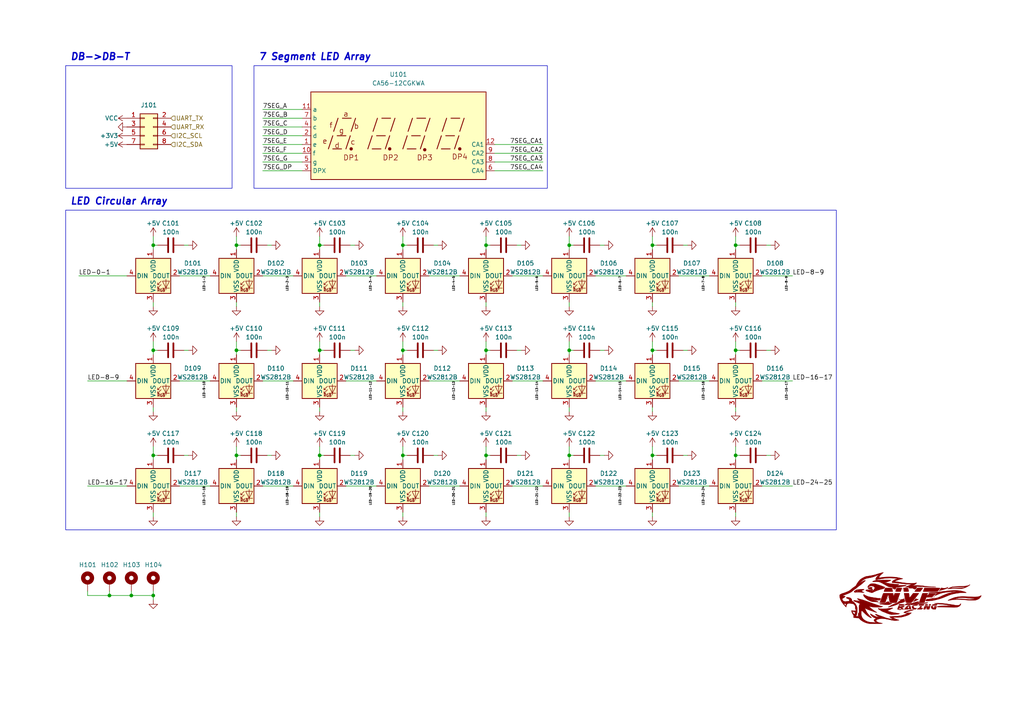
<source format=kicad_sch>
(kicad_sch (version 20230121) (generator eeschema)
  (paper "A4")
  (title_block (title "Tachy") (date "2024-01-25") (rev "1.1") (company "Scott CJX"))
  (junction (at 44.45 71.12))
  (junction (at 92.71 132.08))
  (junction (at 92.71 101.6))
  (junction (at 44.45 172.72))
  (junction (at 116.84 71.12))
  (junction (at -100.33 68.58))
  (junction (at 165.1 101.6))
  (junction (at 31.75 172.72))
  (junction (at 68.58 71.12))
  (junction (at 140.97 71.12))
  (junction (at 38.1 172.72))
  (junction (at 140.97 101.6))
  (junction (at 213.36 132.08))
  (junction (at 165.1 71.12))
  (junction (at 44.45 101.6))
  (junction (at 44.45 132.08))
  (junction (at 213.36 71.12))
  (junction (at 92.71 71.12))
  (junction (at -52.07 54.61))
  (junction (at 213.36 101.6))
  (junction (at 68.58 101.6))
  (junction (at 68.58 132.08))
  (junction (at 189.23 71.12))
  (junction (at 189.23 101.6))
  (junction (at 165.1 132.08))
  (junction (at 140.97 132.08))
  (junction (at 189.23 132.08))
  (junction (at -52.07 134.62))
  (junction (at 116.84 132.08))
  (junction (at 116.84 101.6))
  (no_connect (at -12.7 111.76))
  (no_connect (at -93.98 111.76))
  (wire (pts (xy 140.97 132.08) (xy 140.97 133.35)))
  (wire (pts (xy -39.37 111.76) (xy -12.7 111.76)))
  (wire (pts (xy -57.15 63.5) (xy -57.15 64.77)))
  (wire (pts (xy 173.99 71.12) (xy 175.26 71.12)))
  (wire (pts (xy 77.47 71.12) (xy 78.74 71.12)))
  (wire (pts (xy 52.07 110.49) (xy 60.96 110.49)))
  (wire (pts (xy -22.86 88.9) (xy -12.7 88.9)))
  (wire (pts (xy 189.23 71.12) (xy 190.5 71.12)))
  (wire (pts (xy 101.6 132.08) (xy 102.87 132.08)))
  (wire (pts (xy -22.86 83.82) (xy -12.7 83.82)))
  (wire (pts (xy 68.58 132.08) (xy 69.85 132.08)))
  (wire (pts (xy 44.45 71.12) (xy 44.45 72.39)))
  (wire (pts (xy 68.58 68.58) (xy 68.58 71.12)))
  (wire (pts (xy -21.59 157.48) (xy -39.37 157.48)))
  (wire (pts (xy 22.86 80.01) (xy 36.83 80.01)))
  (wire (pts (xy 198.12 71.12) (xy 199.39 71.12)))
  (wire (pts (xy 44.45 132.08) (xy 45.72 132.08)))
  (wire (pts (xy -100.33 68.58) (xy -100.33 69.85)))
  (wire (pts (xy 140.97 71.12) (xy 142.24 71.12)))
  (wire (pts (xy 68.58 148.59) (xy 68.58 149.86)))
  (wire (pts (xy 213.36 118.11) (xy 213.36 119.38)))
  (wire (pts (xy 68.58 71.12) (xy 69.85 71.12)))
  (wire (pts (xy 76.2 140.97) (xy 85.09 140.97)))
  (wire (pts (xy 116.84 118.11) (xy 116.84 119.38)))
  (wire (pts (xy 189.23 148.59) (xy 189.23 149.86)))
  (wire (pts (xy 165.1 101.6) (xy 165.1 102.87)))
  (wire (pts (xy 213.36 132.08) (xy 213.36 133.35)))
  (wire (pts (xy 92.71 148.59) (xy 92.71 149.86)))
  (wire (pts (xy -67.31 106.68) (xy -93.98 106.68)))
  (wire (pts (xy 87.63 39.37) (xy 76.2 39.37)))
  (wire (pts (xy 213.36 148.59) (xy 213.36 149.86)))
  (wire (pts (xy -30.48 96.52) (xy -39.37 96.52)))
  (wire (pts (xy 44.45 118.11) (xy 44.45 119.38)))
  (wire (pts (xy 87.63 46.99) (xy 76.2 46.99)))
  (wire (pts (xy 148.59 140.97) (xy 157.48 140.97)))
  (wire (pts (xy 189.23 99.06) (xy 189.23 101.6)))
  (wire (pts (xy 140.97 129.54) (xy 140.97 132.08)))
  (wire (pts (xy -67.31 104.14) (xy -93.98 104.14)))
  (wire (pts (xy 44.45 101.6) (xy 44.45 102.87)))
  (wire (pts (xy 76.2 80.01) (xy 85.09 80.01)))
  (wire (pts (xy 116.84 101.6) (xy 118.11 101.6)))
  (wire (pts (xy 68.58 101.6) (xy 68.58 102.87)))
  (wire (pts (xy -52.07 54.61) (xy -57.15 54.61)))
  (wire (pts (xy -30.48 88.9) (xy -39.37 88.9)))
  (wire (pts (xy 68.58 129.54) (xy 68.58 132.08)))
  (wire (pts (xy 87.63 31.75) (xy 76.2 31.75)))
  (wire (pts (xy 44.45 101.6) (xy 45.72 101.6)))
  (wire (pts (xy 220.98 110.49) (xy 229.87 110.49)))
  (wire (pts (xy 173.99 132.08) (xy 175.26 132.08)))
  (wire (pts (xy 189.23 132.08) (xy 190.5 132.08)))
  (wire (pts (xy -57.15 143.51) (xy -57.15 144.78)))
  (wire (pts (xy -76.2 91.44) (xy -67.31 91.44)))
  (wire (pts (xy 148.59 80.01) (xy 157.48 80.01)))
  (wire (pts (xy -22.86 86.36) (xy -12.7 86.36)))
  (wire (pts (xy 140.97 101.6) (xy 140.97 102.87)))
  (wire (pts (xy -83.82 73.66) (xy -67.31 73.66)))
  (wire (pts (xy 213.36 101.6) (xy 214.63 101.6)))
  (wire (pts (xy 44.45 68.58) (xy 44.45 71.12)))
  (wire (pts (xy 189.23 87.63) (xy 189.23 88.9)))
  (wire (pts (xy 68.58 87.63) (xy 68.58 88.9)))
  (wire (pts (xy -67.31 109.22) (xy -93.98 109.22)))
  (wire (pts (xy 143.51 46.99) (xy 157.48 46.99)))
  (wire (pts (xy 116.84 101.6) (xy 116.84 102.87)))
  (wire (pts (xy -39.37 76.2) (xy -12.7 76.2)))
  (wire (pts (xy 87.63 36.83) (xy 76.2 36.83)))
  (wire (pts (xy 125.73 71.12) (xy 127 71.12)))
  (wire (pts (xy 31.75 172.72) (xy 38.1 172.72)))
  (wire (pts (xy 124.46 80.01) (xy 133.35 80.01)))
  (wire (pts (xy 68.58 71.12) (xy 68.58 72.39)))
  (wire (pts (xy -78.74 34.29) (xy -77.47 34.29)))
  (wire (pts (xy 38.1 172.72) (xy 44.45 172.72)))
  (wire (pts (xy 68.58 132.08) (xy 68.58 133.35)))
  (wire (pts (xy 92.71 71.12) (xy 92.71 72.39)))
  (wire (pts (xy 143.51 41.91) (xy 157.48 41.91)))
  (wire (pts (xy 100.33 140.97) (xy 109.22 140.97)))
  (wire (pts (xy -30.48 83.82) (xy -39.37 83.82)))
  (wire (pts (xy 165.1 68.58) (xy 165.1 71.12)))
  (wire (pts (xy -52.07 134.62) (xy -52.07 147.32)))
  (wire (pts (xy 143.51 44.45) (xy 157.48 44.45)))
  (wire (pts (xy 68.58 101.6) (xy 69.85 101.6)))
  (wire (pts (xy -76.2 88.9) (xy -67.31 88.9)))
  (wire (pts (xy -39.37 81.28) (xy -12.7 81.28)))
  (wire (pts (xy -52.07 119.38) (xy -52.07 120.65)))
  (wire (pts (xy -83.82 91.44) (xy -93.98 91.44)))
  (wire (pts (xy -52.07 53.34) (xy -52.07 54.61)))
  (wire (pts (xy 140.97 132.08) (xy 142.24 132.08)))
  (wire (pts (xy -52.07 167.64) (xy -52.07 168.91)))
  (wire (pts (xy -52.07 133.35) (xy -52.07 134.62)))
  (wire (pts (xy 116.84 71.12) (xy 118.11 71.12)))
  (wire (pts (xy 140.97 148.59) (xy 140.97 149.86)))
  (wire (pts (xy 124.46 140.97) (xy 133.35 140.97)))
  (wire (pts (xy 222.25 71.12) (xy 223.52 71.12)))
  (wire (pts (xy 53.34 132.08) (xy 54.61 132.08)))
  (wire (pts (xy 92.71 68.58) (xy 92.71 71.12)))
  (wire (pts (xy 92.71 118.11) (xy 92.71 119.38)))
  (wire (pts (xy -100.33 58.42) (xy -100.33 57.15)))
  (wire (pts (xy 92.71 71.12) (xy 93.98 71.12)))
  (wire (pts (xy -76.2 93.98) (xy -67.31 93.98)))
  (wire (pts (xy -39.37 73.66) (xy -30.48 73.66)))
  (wire (pts (xy 25.4 140.97) (xy 36.83 140.97)))
  (wire (pts (xy 100.33 110.49) (xy 109.22 110.49)))
  (wire (pts (xy 53.34 71.12) (xy 54.61 71.12)))
  (wire (pts (xy 165.1 118.11) (xy 165.1 119.38)))
  (wire (pts (xy 140.97 99.06) (xy 140.97 101.6)))
  (wire (pts (xy -39.37 104.14) (xy -30.48 104.14)))
  (wire (pts (xy 140.97 71.12) (xy 140.97 72.39)))
  (wire (pts (xy 165.1 129.54) (xy 165.1 132.08)))
  (wire (pts (xy -106.68 68.58) (xy -100.33 68.58)))
  (wire (pts (xy 189.23 129.54) (xy 189.23 132.08)))
  (wire (pts (xy -22.86 91.44) (xy -12.7 91.44)))
  (wire (pts (xy 196.85 80.01) (xy 205.74 80.01)))
  (wire (pts (xy 92.71 87.63) (xy 92.71 88.9)))
  (wire (pts (xy 198.12 101.6) (xy 199.39 101.6)))
  (wire (pts (xy 44.45 129.54) (xy 44.45 132.08)))
  (wire (pts (xy -57.15 134.62) (xy -52.07 134.62)))
  (wire (pts (xy 92.71 132.08) (xy 92.71 133.35)))
  (wire (pts (xy 222.25 101.6) (xy 223.52 101.6)))
  (wire (pts (xy -30.48 99.06) (xy -39.37 99.06)))
  (wire (pts (xy 220.98 80.01) (xy 229.87 80.01)))
  (wire (pts (xy -22.86 73.66) (xy -12.7 73.66)))
  (wire (pts (xy 68.58 118.11) (xy 68.58 119.38)))
  (wire (pts (xy 116.84 148.59) (xy 116.84 149.86)))
  (wire (pts (xy -100.33 66.04) (xy -100.33 68.58)))
  (wire (pts (xy 92.71 101.6) (xy 92.71 102.87)))
  (wire (pts (xy 52.07 140.97) (xy 60.96 140.97)))
  (wire (pts (xy 165.1 132.08) (xy 165.1 133.35)))
  (wire (pts (xy 189.23 132.08) (xy 189.23 133.35)))
  (wire (pts (xy 125.73 101.6) (xy 127 101.6)))
  (wire (pts (xy 116.84 132.08) (xy 118.11 132.08)))
  (wire (pts (xy 196.85 140.97) (xy 205.74 140.97)))
  (wire (pts (xy 213.36 132.08) (xy 214.63 132.08)))
  (wire (pts (xy -40.64 34.29) (xy -26.67 34.29)))
  (wire (pts (xy 140.97 118.11) (xy 140.97 119.38)))
  (wire (pts (xy -67.31 111.76) (xy -93.98 111.76)))
  (wire (pts (xy 213.36 71.12) (xy 213.36 72.39)))
  (wire (pts (xy 44.45 87.63) (xy 44.45 88.9)))
  (wire (pts (xy 125.73 132.08) (xy 127 132.08)))
  (wire (pts (xy 116.84 132.08) (xy 116.84 133.35)))
  (wire (pts (xy 87.63 44.45) (xy 76.2 44.45)))
  (wire (pts (xy 165.1 101.6) (xy 166.37 101.6)))
  (wire (pts (xy 87.63 34.29) (xy 76.2 34.29)))
  (wire (pts (xy 38.1 172.72) (xy 38.1 171.45)))
  (wire (pts (xy 189.23 118.11) (xy 189.23 119.38)))
  (wire (pts (xy 44.45 132.08) (xy 44.45 133.35)))
  (wire (pts (xy -30.48 101.6) (xy -39.37 101.6)))
  (wire (pts (xy 44.45 172.72) (xy 44.45 173.99)))
  (wire (pts (xy 222.25 132.08) (xy 223.52 132.08)))
  (wire (pts (xy 220.98 140.97) (xy 229.87 140.97)))
  (wire (pts (xy 77.47 132.08) (xy 78.74 132.08)))
  (wire (pts (xy 189.23 71.12) (xy 189.23 72.39)))
  (wire (pts (xy 198.12 132.08) (xy 199.39 132.08)))
  (wire (pts (xy -12.7 93.98) (xy -39.37 93.98)))
  (wire (pts (xy 172.72 140.97) (xy 181.61 140.97)))
  (wire (pts (xy 165.1 71.12) (xy 165.1 72.39)))
  (wire (pts (xy 213.36 129.54) (xy 213.36 132.08)))
  (wire (pts (xy 213.36 87.63) (xy 213.36 88.9)))
  (wire (pts (xy 172.72 80.01) (xy 181.61 80.01)))
  (wire (pts (xy -40.64 36.83) (xy -26.67 36.83)))
  (wire (pts (xy 87.63 41.91) (xy 76.2 41.91)))
  (wire (pts (xy 173.99 101.6) (xy 175.26 101.6)))
  (wire (pts (xy 196.85 110.49) (xy 205.74 110.49)))
  (wire (pts (xy 100.33 80.01) (xy 109.22 80.01)))
  (wire (pts (xy 189.23 101.6) (xy 190.5 101.6)))
  (wire (pts (xy 165.1 148.59) (xy 165.1 149.86)))
  (wire (pts (xy 77.47 101.6) (xy 78.74 101.6)))
  (wire (pts (xy -100.33 77.47) (xy -100.33 78.74)))
  (wire (pts (xy 25.4 110.49) (xy 36.83 110.49)))
  (wire (pts (xy -69.85 31.75) (xy -69.85 33.02)))
  (wire (pts (xy 149.86 101.6) (xy 151.13 101.6)))
  (wire (pts (xy 116.84 129.54) (xy 116.84 132.08)))
  (wire (pts (xy 68.58 99.06) (xy 68.58 101.6)))
  (wire (pts (xy -77.47 34.29) (xy -77.47 31.75)))
  (wire (pts (xy 149.86 132.08) (xy 151.13 132.08)))
  (wire (pts (xy -52.07 54.61) (xy -52.07 68.58)))
  (wire (pts (xy 189.23 101.6) (xy 189.23 102.87)))
  (wire (pts (xy -74.93 154.94) (xy -67.31 154.94)))
  (wire (pts (xy 140.97 101.6) (xy 142.24 101.6)))
  (wire (pts (xy 213.36 68.58) (xy 213.36 71.12)))
  (wire (pts (xy -39.37 106.68) (xy -12.7 106.68)))
  (wire (pts (xy 165.1 87.63) (xy 165.1 88.9)))
  (wire (pts (xy 140.97 87.63) (xy 140.97 88.9)))
  (wire (pts (xy 124.46 110.49) (xy 133.35 110.49)))
  (wire (pts (xy 172.72 110.49) (xy 181.61 110.49)))
  (wire (pts (xy 116.84 87.63) (xy 116.84 88.9)))
  (wire (pts (xy 44.45 71.12) (xy 45.72 71.12)))
  (wire (pts (xy 143.51 49.53) (xy 157.48 49.53)))
  (wire (pts (xy 165.1 132.08) (xy 166.37 132.08)))
  (wire (pts (xy 149.86 71.12) (xy 151.13 71.12)))
  (wire (pts (xy 213.36 71.12) (xy 214.63 71.12)))
  (wire (pts (xy -30.48 86.36) (xy -39.37 86.36)))
  (wire (pts (xy 165.1 99.06) (xy 165.1 101.6)))
  (wire (pts (xy 31.75 172.72) (xy 31.75 171.45)))
  (wire (pts (xy 44.45 148.59) (xy 44.45 149.86)))
  (wire (pts (xy -83.82 88.9) (xy -93.98 88.9)))
  (wire (pts (xy 87.63 49.53) (xy 76.2 49.53)))
  (wire (pts (xy -83.82 93.98) (xy -93.98 93.98)))
  (wire (pts (xy 101.6 101.6) (xy 102.87 101.6)))
  (wire (pts (xy 44.45 172.72) (xy 44.45 171.45)))
  (wire (pts (xy -57.15 54.61) (xy -57.15 55.88)))
  (wire (pts (xy 53.34 101.6) (xy 54.61 101.6)))
  (wire (pts (xy -39.37 109.22) (xy -12.7 109.22)))
  (wire (pts (xy -57.15 134.62) (xy -57.15 135.89)))
  (wire (pts (xy 213.36 99.06) (xy 213.36 101.6)))
  (wire (pts (xy 92.71 99.06) (xy 92.71 101.6)))
  (wire (pts (xy 92.71 132.08) (xy 93.98 132.08)))
  (wire (pts (xy 116.84 99.06) (xy 116.84 101.6)))
  (wire (pts (xy -30.48 91.44) (xy -39.37 91.44)))
  (wire (pts (xy 213.36 101.6) (xy 213.36 102.87)))
  (wire (pts (xy 116.84 68.58) (xy 116.84 71.12)))
  (wire (pts (xy 44.45 99.06) (xy 44.45 101.6)))
  (wire (pts (xy -68.58 160.02) (xy -67.31 160.02)))
  (wire (pts (xy 140.97 68.58) (xy 140.97 71.12)))
  (wire (pts (xy 25.4 172.72) (xy 31.75 172.72)))
  (wire (pts (xy 52.07 80.01) (xy 60.96 80.01)))
  (wire (pts (xy 92.71 129.54) (xy 92.71 132.08)))
  (wire (pts (xy 92.71 101.6) (xy 93.98 101.6)))
  (wire (pts (xy 116.84 71.12) (xy 116.84 72.39)))
  (wire (pts (xy 101.6 71.12) (xy 102.87 71.12)))
  (wire (pts (xy 165.1 71.12) (xy 166.37 71.12)))
  (wire (pts (xy 76.2 110.49) (xy 85.09 110.49)))
  (wire (pts (xy 148.59 110.49) (xy 157.48 110.49)))
  (wire (pts (xy -39.37 78.74) (xy -12.7 78.74)))
  (wire (pts (xy 25.4 172.72) (xy 25.4 171.45)))
  (wire (pts (xy 189.23 68.58) (xy 189.23 71.12)))
  (rectangle (start 73.66 19.05) (end 158.75 54.61))
  (rectangle (start 19.05 60.96) (end 242.57 153.67))
  (rectangle (start 19.05 19.05) (end 67.31 54.61))
  (text "LED Circular Array" (at 20.32 59.69 0) (effects (font (size 2 2) (thickness 0.4) bold italic) (justify left bottom)))
  (text "7 Segment LED Array" (at 74.93 17.78 0) (effects (font (size 2 2) (thickness 0.4) bold italic) (justify left bottom)))
  (text "DB->DB-T" (at 20.32 17.78 0) (effects (font (size 2 2) (thickness 0.4) bold italic) (justify left bottom)))
  (label "7SEG_E" (at 76.2 41.91 0))
  (label "LED-6-7" (at 180.34 80.01 270) (effects (font (size 0.6 0.6))))
  (label "7SEG_CA3" (at -12.7 78.74 180))
  (label "7SEG_C" (at 76.2 36.83 0))
  (label "7SEG_CA2" (at 157.48 44.45 180))
  (label "LED-13-14" (at 156.21 110.49 270) (effects (font (size 0.6 0.6))))
  (label "7SEG_CA1" (at -12.7 93.98 180))
  (label "LED-21-22" (at 156.21 140.97 270) (effects (font (size 0.6 0.6))))
  (label "7SEG_A" (at -93.98 91.44 0))
  (label "7SEG_D" (at -93.98 88.9 0))
  (label "7SEG_B" (at 76.2 34.29 0))
  (label "LED-14-15" (at 180.34 110.49 270) (effects (font (size 0.6 0.6))))
  (label "7SEG_G" (at 76.2 46.99 0))
  (label "LED-2-3" (at 83.82 80.01 270) (effects (font (size 0.6 0.6))))
  (label "7SEG_C" (at -12.7 86.36 180))
  (label "7SEG_E" (at -93.98 93.98 0))
  (label "7SEG_CA3" (at 157.48 46.99 180))
  (label "LED-12-13" (at 132.08 110.49 270) (effects (font (size 0.6 0.6))))
  (label "LED-23-24" (at 204.47 140.97 270) (effects (font (size 0.6 0.6))))
  (label "LED-8-9" (at 228.6 80.01 270) (effects (font (size 0.6 0.6))))
  (label "LED-10-11" (at 83.82 110.49 270) (effects (font (size 0.6 0.6))))
  (label "7SEG_F" (at -12.7 91.44 180))
  (label "LED-16-17" (at 229.87 110.49 0))
  (label "7SEG_DP" (at 76.2 49.53 0))
  (label "7SEG_D" (at 76.2 39.37 0))
  (label "SWCLK" (at -12.7 109.22 180))
  (label "LED-18-19" (at 83.82 140.97 270) (effects (font (size 0.6 0.6))))
  (label "LED-15-16" (at 204.47 110.49 270) (effects (font (size 0.6 0.6))))
  (label "NEOPIX" (at -93.98 109.22 0))
  (label "7SEG_B" (at -12.7 73.66 180))
  (label "I2C1_SDA" (at -93.98 106.68 0))
  (label "7SEG_A" (at 76.2 31.75 0))
  (label "7SEG_CA2" (at -12.7 81.28 180))
  (label "LED-22-23" (at 180.34 140.97 270) (effects (font (size 0.6 0.6))))
  (label "LED-8-9" (at 25.4 110.49 0))
  (label "LED-19-20" (at 107.95 140.97 270) (effects (font (size 0.6 0.6))))
  (label "7SEG_F" (at 76.2 44.45 0))
  (label "LED-8-9" (at 229.87 80.01 0))
  (label "LED-3-4" (at 107.95 80.01 270) (effects (font (size 0.6 0.6))))
  (label "LED-5-6" (at 156.21 80.01 270) (effects (font (size 0.6 0.6))))
  (label "I2C1_SCL" (at -93.98 104.14 0))
  (label "LED-1-2" (at 59.69 80.01 270) (effects (font (size 0.6 0.6))))
  (label "LED-17-18" (at 59.69 140.97 270) (effects (font (size 0.6 0.6))))
  (label "LED-4-5" (at 132.08 80.01 270) (effects (font (size 0.6 0.6))))
  (label "SWCLK" (at -40.64 36.83 0))
  (label "LED-24-25" (at 229.87 140.97 0))
  (label "LED-0-1" (at -21.59 157.48 180))
  (label "LED-0-1" (at 22.86 80.01 0))
  (label "LED-11-12" (at 107.95 110.49 270) (effects (font (size 0.6 0.6))))
  (label "7SEG_CA1" (at 157.48 41.91 180))
  (label "LED-9-10" (at 59.69 110.49 270) (effects (font (size 0.6 0.6))))
  (label "LED-20-21" (at 132.08 140.97 270) (effects (font (size 0.6 0.6))))
  (label "7SEG_CA4" (at 157.48 49.53 180))
  (label "SWDIO" (at -40.64 34.29 0))
  (label "NEOPIX" (at -74.93 154.94 0))
  (label "SWDIO" (at -12.7 106.68 180))
  (label "LED-16-17" (at 228.6 110.49 270) (effects (font (size 0.6 0.6))))
  (label "7SEG_G" (at -12.7 83.82 180))
  (label "7SEG_CA4" (at -12.7 76.2 180))
  (label "7SEG_DP" (at -12.7 88.9 180))
  (label "LED-16-17" (at 25.4 140.97 0))
  (label "LED-7-8" (at 204.47 80.01 270) (effects (font (size 0.6 0.6))))
  (hierarchical_label "NRST" (shape input) (at -83.82 73.66 180))
  (hierarchical_label "I2C_SDA" (shape input) (at 49.53 41.91 0))
  (hierarchical_label "NRST" (shape input) (at -78.74 34.29 180))
  (hierarchical_label "UART_RX" (shape input) (at 49.53 36.83 0))
  (hierarchical_label "UART_TX" (shape input) (at -30.48 96.52 0))
  (hierarchical_label "UART_TX" (shape input) (at 49.53 34.29 0))
  (hierarchical_label "NRST" (shape input) (at -106.68 68.58 180))
  (hierarchical_label "I2C_SCL" (shape input) (at -30.48 101.6 0))
  (hierarchical_label "UART_RX" (shape input) (at -30.48 99.06 0))
  (hierarchical_label "NRST" (shape input) (at -26.67 41.91 180))
  (hierarchical_label "I2C_SDA" (shape input) (at -30.48 104.14 0))
  (hierarchical_label "I2C_SCL" (shape input) (at 49.53 39.37 0))
  (symbol (lib_id "power:+5V") (at 189.23 99.06 0) (unit 1)
    (property "Reference" "#PWR0131" (effects hide))
    (property "Value" "+5V" (at 189.23 95.25 0))
  )
  (symbol (lib_id "power:GND") (at 102.87 101.6 90) (unit 1)
    (property "Reference" "#PWR0135" (effects hide))
    (property "Value" "GND" (effects hide))
  )
  (symbol (lib_id "power:GND") (at 102.87 132.08 90) (unit 1)
    (property "Reference" "#PWR0159" (effects hide))
    (property "Value" "GND" (effects hide))
  )
  (symbol (lib_id "power:+5V") (at 92.71 99.06 0) (unit 1)
    (property "Reference" "#PWR0127" (effects hide))
    (property "Value" "+5V" (at 92.71 95.25 0))
  )
  (symbol (lib_id "LED:WS2812B") (at 189.23 110.49 0) (unit 1)
    (property "Reference" "D115" (at 200.66 106.8421 0))
    (property "Value" "WS2812B" (at 200.66 109.3821 0))
    (property "Footprint" "LED_SMD:LED_WS2812B_PLCC4_5.0x5.0mm_P3.2mm" (effects hide))
    (property "Datasheet" "https://cdn-shop.adafruit.com/datasheets/WS2812B.pdf" (effects hide))
    (property "LCSC" "C2843785" (effects hide))
  )
  (symbol (lib_id "Device:R") (at -80.01 91.44 90) (unit 1)
    (property "Reference" "R101" (at -74.93 90.17 90))
    (property "Value" "220" (at -80.01 91.44 90))
    (property "Footprint" "Resistor_SMD:R_0603_1608Metric" (effects hide))
  )
  (symbol (lib_id "Mechanical:MountingHole_Pad") (at 25.4 168.91 0) (unit 1) (in_bom no)
    (property "Reference" "H101" (at 22.86 163.83 0) (effects (justify left)))
    (property "Value" "MountingHole_Pad" (effects hide))
    (property "Footprint" "MountingHole:MountingHole_4.3mm_M4_DIN965_Pad_TopBottom" (effects hide))
    (property "LCSC" "-" (effects hide))
  )
  (symbol (lib_id "Device:C") (at 146.05 71.12 90) (unit 1)
    (property "Reference" "C105" (at 148.59 64.77 90) (effects (justify left)))
    (property "Value" "100n" (at 148.59 67.31 90) (effects (justify left)))
    (property "Footprint" "Capacitor_SMD:C_0603_1608Metric" (effects hide))
    (property "LCSC" "C14663" (effects hide))
  )
  (symbol (lib_id "Display_Character:CA56-12CGKWA") (at 115.57 39.37 0) (unit 1)
    (property "Reference" "U101" (at 115.57 21.59 0))
    (property "Value" "CA56-12CGKWA" (at 115.57 24.13 0))
    (property "Footprint" "nvf:LDQ-M3604RI_LUM" (effects hide))
    (property "Datasheet" "http://www.kingbright.com/attachments/file/psearch/000/00/00/CA56-12CGKWA(Ver.9A).pdf" (effects hide))
    (property "LCSC" "-" (effects hide))
  )
  (symbol (lib_id "power:+5V") (at 116.84 68.58 0) (unit 1)
    (property "Reference" "#PWR0104" (effects hide))
    (property "Value" "+5V" (at 116.84 64.77 0))
  )
  (symbol (lib_id "power:GND") (at 213.36 88.9 0) (unit 1)
    (property "Reference" "#PWR0124" (effects hide))
    (property "Value" "GND" (effects hide))
  )
  (symbol (lib_id "Device:C") (at 194.31 132.08 90) (unit 1)
    (property "Reference" "C123" (at 196.85 125.73 90) (effects (justify left)))
    (property "Value" "100n" (at 196.85 128.27 90) (effects (justify left)))
    (property "Footprint" "Capacitor_SMD:C_0603_1608Metric" (effects hide))
    (property "LCSC" "C14663" (effects hide))
  )
  (symbol (lib_id "Mechanical:MountingHole_Pad") (at 44.45 168.91 0) (unit 1) (in_bom no)
    (property "Reference" "H104" (at 41.91 163.83 0) (effects (justify left)))
    (property "Value" "MountingHole_Pad" (effects hide))
    (property "Footprint" "MountingHole:MountingHole_4.3mm_M4_DIN965_Pad_TopBottom" (effects hide))
    (property "LCSC" "-" (effects hide))
  )
  (symbol (lib_id "power:GND") (at 213.36 119.38 0) (unit 1)
    (property "Reference" "#PWR0148" (effects hide))
    (property "Value" "GND" (effects hide))
  )
  (symbol (lib_id "Device:C") (at 121.92 132.08 90) (unit 1)
    (property "Reference" "C120" (at 124.46 125.73 90) (effects (justify left)))
    (property "Value" "100n" (at 124.46 128.27 90) (effects (justify left)))
    (property "Footprint" "Capacitor_SMD:C_0603_1608Metric" (effects hide))
    (property "LCSC" "C14663" (effects hide))
  )
  (symbol (lib_id "LED:WS2812B") (at 165.1 80.01 0) (unit 1)
    (property "Reference" "D106" (at 176.53 76.3621 0))
    (property "Value" "WS2812B" (at 176.53 78.9021 0))
    (property "Footprint" "LED_SMD:LED_WS2812B_PLCC4_5.0x5.0mm_P3.2mm" (effects hide))
    (property "Datasheet" "https://cdn-shop.adafruit.com/datasheets/WS2812B.pdf" (effects hide))
    (property "LCSC" "C2843785" (effects hide))
  )
  (symbol (lib_id "Device:C") (at 170.18 71.12 90) (unit 1)
    (property "Reference" "C106" (at 172.72 64.77 90) (effects (justify left)))
    (property "Value" "100n" (at 172.72 67.31 90) (effects (justify left)))
    (property "Footprint" "Capacitor_SMD:C_0603_1608Metric" (effects hide))
    (property "LCSC" "C14663" (effects hide))
  )
  (symbol (lib_id "LED:WS2812B") (at 116.84 110.49 0) (unit 1)
    (property "Reference" "D112" (at 128.27 106.8421 0))
    (property "Value" "WS2812B" (at 128.27 109.3821 0))
    (property "Footprint" "LED_SMD:LED_WS2812B_PLCC4_5.0x5.0mm_P3.2mm" (effects hide))
    (property "Datasheet" "https://cdn-shop.adafruit.com/datasheets/WS2812B.pdf" (effects hide))
    (property "LCSC" "C2843785" (effects hide))
  )
  (symbol (lib_id "LED:WS2812B") (at 44.45 110.49 0) (unit 1)
    (property "Reference" "D109" (at 55.88 106.8421 0))
    (property "Value" "WS2812B" (at 55.88 109.3821 0))
    (property "Footprint" "LED_SMD:LED_WS2812B_PLCC4_5.0x5.0mm_P3.2mm" (effects hide))
    (property "Datasheet" "https://cdn-shop.adafruit.com/datasheets/WS2812B.pdf" (effects hide))
    (property "LCSC" "C2843785" (effects hide))
  )
  (symbol (lib_id "Device:R") (at -80.01 93.98 90) (unit 1)
    (property "Reference" "R105" (at -74.93 92.71 90))
    (property "Value" "220" (at -80.01 93.98 90))
    (property "Footprint" "Resistor_SMD:R_0603_1608Metric" (effects hide))
  )
  (symbol (lib_id "NVF-Kicad:NVF-Logo") (at 264.16 177.8 0) (unit 1)
    (property "Reference" "#G101" (effects hide))
    (property "Value" "LOGO" (effects hide))
  )
  (symbol (lib_id "MCU_ST_STM32G0:STM32G030K6Tx") (at -54.61 93.98 0) (unit 1)
    (property "Reference" "U102" (at -49.8759 66.04 0) (effects (justify left)))
    (property "Value" "STM32G030K6Tx" (at -49.8759 68.58 0) (effects (justify left)))
    (property "Footprint" "Package_QFP:LQFP-32_7x7mm_P0.8mm" (effects hide))
    (property "Datasheet" "https://www.st.com/resource/en/datasheet/stm32g030k6.pdf" (effects hide))
  )
  (symbol (lib_id "power:GND") (at 68.58 119.38 0) (unit 1)
    (property "Reference" "#PWR0142" (effects hide))
    (property "Value" "GND" (effects hide))
  )
  (symbol (lib_id "power:GND") (at 127 132.08 90) (unit 1)
    (property "Reference" "#PWR0160" (effects hide))
    (property "Value" "GND" (effects hide))
  )
  (symbol (lib_id "LED:WS2812B") (at 44.45 140.97 0) (unit 1)
    (property "Reference" "D117" (at 55.88 137.3221 0))
    (property "Value" "WS2812B" (at 55.88 139.8621 0))
    (property "Footprint" "LED_SMD:LED_WS2812B_PLCC4_5.0x5.0mm_P3.2mm" (effects hide))
    (property "Datasheet" "https://cdn-shop.adafruit.com/datasheets/WS2812B.pdf" (effects hide))
    (property "LCSC" "C2843785" (effects hide))
  )
  (symbol (lib_id "power:+5V") (at 92.71 68.58 0) (unit 1)
    (property "Reference" "#PWR0103" (effects hide))
    (property "Value" "+5V" (at 92.71 64.77 0))
  )
  (symbol (lib_id "power:GND") (at 44.45 119.38 0) (unit 1)
    (property "Reference" "#PWR0141" (effects hide))
    (property "Value" "GND" (effects hide))
  )
  (symbol (lib_id "power:GND") (at 189.23 149.86 0) (unit 1)
    (property "Reference" "#PWR0171" (effects hide))
    (property "Value" "GND" (effects hide))
  )
  (symbol (lib_id "Device:C") (at 49.53 132.08 90) (unit 1)
    (property "Reference" "C117" (at 52.07 125.73 90) (effects (justify left)))
    (property "Value" "100n" (at 52.07 128.27 90) (effects (justify left)))
    (property "Footprint" "Capacitor_SMD:C_0603_1608Metric" (effects hide))
    (property "LCSC" "C14663" (effects hide))
  )
  (symbol (lib_id "LED:WS2812B") (at 189.23 140.97 0) (unit 1)
    (property "Reference" "D123" (at 200.66 137.3221 0))
    (property "Value" "WS2812B" (at 200.66 139.8621 0))
    (property "Footprint" "LED_SMD:LED_WS2812B_PLCC4_5.0x5.0mm_P3.2mm" (effects hide))
    (property "Datasheet" "https://cdn-shop.adafruit.com/datasheets/WS2812B.pdf" (effects hide))
    (property "LCSC" "C2843785" (effects hide))
  )
  (symbol (lib_id "Device:C") (at 194.31 71.12 90) (unit 1)
    (property "Reference" "C107" (at 196.85 64.77 90) (effects (justify left)))
    (property "Value" "100n" (at 196.85 67.31 90) (effects (justify left)))
    (property "Footprint" "Capacitor_SMD:C_0603_1608Metric" (effects hide))
    (property "LCSC" "C14663" (effects hide))
  )
  (symbol (lib_id "Device:C") (at -57.15 139.7 180) (unit 1)
    (property "Reference" "C126" (at -60.96 138.43 0) (effects (justify left)))
    (property "Value" "100n" (at -60.96 140.97 0) (effects (justify left)))
    (property "Footprint" "Capacitor_SMD:C_0603_1608Metric" (effects hide))
    (property "LCSC" "C14663" (effects hide))
  )
  (symbol (lib_id "power:GND") (at 223.52 101.6 90) (unit 1)
    (property "Reference" "#PWR0140" (effects hide))
    (property "Value" "GND" (effects hide))
  )
  (symbol (lib_id "power:+5V") (at 68.58 68.58 0) (unit 1)
    (property "Reference" "#PWR0102" (effects hide))
    (property "Value" "+5V" (at 68.58 64.77 0))
  )
  (symbol (lib_id "Device:C") (at 97.79 101.6 90) (unit 1)
    (property "Reference" "C111" (at 100.33 95.25 90) (effects (justify left)))
    (property "Value" "100n" (at 100.33 97.79 90) (effects (justify left)))
    (property "Footprint" "Capacitor_SMD:C_0603_1608Metric" (effects hide))
    (property "LCSC" "C14663" (effects hide))
  )
  (symbol (lib_id "LED:WS2812B") (at 116.84 80.01 0) (unit 1)
    (property "Reference" "D104" (at 128.27 76.3621 0))
    (property "Value" "WS2812B" (at 128.27 78.9021 0))
    (property "Footprint" "LED_SMD:LED_WS2812B_PLCC4_5.0x5.0mm_P3.2mm" (effects hide))
    (property "Datasheet" "https://cdn-shop.adafruit.com/datasheets/WS2812B.pdf" (effects hide))
    (property "LCSC" "C2843785" (effects hide))
  )
  (symbol (lib_id "power:GND") (at 223.52 71.12 90) (unit 1)
    (property "Reference" "#PWR0116" (effects hide))
    (property "Value" "GND" (effects hide))
  )
  (symbol (lib_id "power:+5V") (at 213.36 129.54 0) (unit 1)
    (property "Reference" "#PWR0156" (effects hide))
    (property "Value" "+5V" (at 213.36 125.73 0))
  )
  (symbol (lib_id "power:GND") (at 151.13 132.08 90) (unit 1)
    (property "Reference" "#PWR0161" (effects hide))
    (property "Value" "GND" (effects hide))
  )
  (symbol (lib_id "power:+3V3") (at -26.67 31.75 90) (unit 1)
    (property "Reference" "#PWR0181" (effects hide))
    (property "Value" "+3V3" (at -29.21 31.75 90) (effects (justify left)))
  )
  (symbol (lib_id "power:GND") (at 213.36 149.86 0) (unit 1)
    (property "Reference" "#PWR0172" (effects hide))
    (property "Value" "GND" (effects hide))
  )
  (symbol (lib_id "power:GND") (at 36.83 36.83 270) (unit 1)
    (property "Reference" "#PWR0174" (effects hide))
    (property "Value" "GND" (effects hide))
  )
  (symbol (lib_id "power:GND") (at 54.61 101.6 90) (unit 1)
    (property "Reference" "#PWR0133" (effects hide))
    (property "Value" "GND" (effects hide))
  )
  (symbol (lib_id "power:GND") (at 140.97 88.9 0) (unit 1)
    (property "Reference" "#PWR0121" (effects hide))
    (property "Value" "GND" (effects hide))
  )
  (symbol (lib_id "LED:WS2812B") (at 68.58 110.49 0) (unit 1)
    (property "Reference" "D110" (at 80.01 106.8421 0))
    (property "Value" "WS2812B" (at 80.01 109.3821 0))
    (property "Footprint" "LED_SMD:LED_WS2812B_PLCC4_5.0x5.0mm_P3.2mm" (effects hide))
    (property "Datasheet" "https://cdn-shop.adafruit.com/datasheets/WS2812B.pdf" (effects hide))
    (property "LCSC" "C2843785" (effects hide))
  )
  (symbol (lib_id "Device:C") (at 49.53 101.6 90) (unit 1)
    (property "Reference" "C109" (at 52.07 95.25 90) (effects (justify left)))
    (property "Value" "100n" (at 52.07 97.79 90) (effects (justify left)))
    (property "Footprint" "Capacitor_SMD:C_0603_1608Metric" (effects hide))
    (property "LCSC" "C14663" (effects hide))
  )
  (symbol (lib_id "power:+5V") (at 44.45 99.06 0) (unit 1)
    (property "Reference" "#PWR0125" (effects hide))
    (property "Value" "+5V" (at 44.45 95.25 0))
  )
  (symbol (lib_id "Device:C") (at 97.79 132.08 90) (unit 1)
    (property "Reference" "C119" (at 100.33 125.73 90) (effects (justify left)))
    (property "Value" "100n" (at 100.33 128.27 90) (effects (justify left)))
    (property "Footprint" "Capacitor_SMD:C_0603_1608Metric" (effects hide))
    (property "LCSC" "C14663" (effects hide))
  )
  (symbol (lib_id "power:GND") (at 44.45 149.86 0) (unit 1)
    (property "Reference" "#PWR0165" (effects hide))
    (property "Value" "GND" (effects hide))
  )
  (symbol (lib_id "LED:WS2812B") (at 213.36 80.01 0) (unit 1)
    (property "Reference" "D108" (at 224.79 76.3621 0))
    (property "Value" "WS2812B" (at 224.79 78.9021 0))
    (property "Footprint" "LED_SMD:LED_WS2812B_PLCC4_5.0x5.0mm_P3.2mm" (effects hide))
    (property "Datasheet" "https://cdn-shop.adafruit.com/datasheets/WS2812B.pdf" (effects hide))
    (property "LCSC" "C2843785" (effects hide))
  )
  (symbol (lib_id "Device:C") (at 218.44 71.12 90) (unit 1)
    (property "Reference" "C108" (at 220.98 64.77 90) (effects (justify left)))
    (property "Value" "100n" (at 220.98 67.31 90) (effects (justify left)))
    (property "Footprint" "Capacitor_SMD:C_0603_1608Metric" (effects hide))
    (property "LCSC" "C14663" (effects hide))
  )
  (symbol (lib_id "Device:C") (at 146.05 101.6 90) (unit 1)
    (property "Reference" "C113" (at 148.59 95.25 90) (effects (justify left)))
    (property "Value" "100n" (at 148.59 97.79 90) (effects (justify left)))
    (property "Footprint" "Capacitor_SMD:C_0603_1608Metric" (effects hide))
    (property "LCSC" "C14663" (effects hide))
  )
  (symbol (lib_id "power:+5V") (at 116.84 129.54 0) (unit 1)
    (property "Reference" "#PWR0152" (effects hide))
    (property "Value" "+5V" (at 116.84 125.73 0))
  )
  (symbol (lib_id "Device:C") (at 218.44 101.6 90) (unit 1)
    (property "Reference" "C116" (at 220.98 95.25 90) (effects (justify left)))
    (property "Value" "100n" (at 220.98 97.79 90) (effects (justify left)))
    (property "Footprint" "Capacitor_SMD:C_0603_1608Metric" (effects hide))
    (property "LCSC" "C14663" (effects hide))
  )
  (symbol (lib_id "LED:WS2812B") (at 140.97 140.97 0) (unit 1)
    (property "Reference" "D121" (at 152.4 137.3221 0))
    (property "Value" "WS2812B" (at 152.4 139.8621 0))
    (property "Footprint" "LED_SMD:LED_WS2812B_PLCC4_5.0x5.0mm_P3.2mm" (effects hide))
    (property "Datasheet" "https://cdn-shop.adafruit.com/datasheets/WS2812B.pdf" (effects hide))
    (property "LCSC" "C2843785" (effects hide))
  )
  (symbol (lib_id "power:GND") (at 199.39 71.12 90) (unit 1)
    (property "Reference" "#PWR0115" (effects hide))
    (property "Value" "GND" (effects hide))
  )
  (symbol (lib_id "74xGxx:74LVC1G00") (at -52.07 157.48 0) (unit 1)
    (property "Reference" "U103" (at -39.37 153.5431 0))
    (property "Value" "74LVC1G00" (at -39.37 156.0831 0))
    (property "Footprint" "Package_TO_SOT_SMD:SOT-23-5" (effects hide))
    (property "Datasheet" "https://www.ti.com/lit/ds/symlink/sn74lvc1g00.pdf" (effects hide))
  )
  (symbol (lib_id "power:+3V3") (at -100.33 57.15 0) (unit 1)
    (property "Reference" "#PWR0189" (effects hide))
    (property "Value" "+3V3" (at -100.33 53.34 0))
  )
  (symbol (lib_id "power:GND") (at -26.67 39.37 270) (unit 1)
    (property "Reference" "#PWR0182" (effects hide))
    (property "Value" "GND" (effects hide))
  )
  (symbol (lib_id "Device:R") (at -100.33 62.23 180) (unit 1)
    (property "Reference" "R109" (at -101.6 63.5 0) (effects (justify left)))
    (property "Value" "10k" (at -101.6 60.96 0) (effects (justify left)))
    (property "Footprint" "Resistor_SMD:R_0603_1608Metric" (effects hide))
  )
  (symbol (lib_id "power:GND") (at 78.74 132.08 90) (unit 1)
    (property "Reference" "#PWR0158" (effects hide))
    (property "Value" "GND" (effects hide))
  )
  (symbol (lib_id "LED:WS2812B") (at 140.97 80.01 0) (unit 1)
    (property "Reference" "D105" (at 152.4 76.3621 0))
    (property "Value" "WS2812B" (at 152.4 78.9021 0))
    (property "Footprint" "LED_SMD:LED_WS2812B_PLCC4_5.0x5.0mm_P3.2mm" (effects hide))
    (property "Datasheet" "https://cdn-shop.adafruit.com/datasheets/WS2812B.pdf" (effects hide))
    (property "LCSC" "C2843785" (effects hide))
  )
  (symbol (lib_id "power:GND") (at 116.84 149.86 0) (unit 1)
    (property "Reference" "#PWR0168" (effects hide))
    (property "Value" "GND" (effects hide))
  )
  (symbol (lib_id "Device:C") (at -57.15 59.69 180) (unit 1)
    (property "Reference" "C125" (at -60.96 58.42 0) (effects (justify left)))
    (property "Value" "100n" (at -60.96 60.96 0) (effects (justify left)))
    (property "Footprint" "Capacitor_SMD:C_0603_1608Metric" (effects hide))
    (property "LCSC" "C14663" (effects hide))
  )
  (symbol (lib_id "power:GND") (at -52.07 168.91 0) (unit 1)
    (property "Reference" "#PWR0185" (effects hide))
    (property "Value" "GND" (effects hide))
  )
  (symbol (lib_id "Device:C") (at 73.66 71.12 90) (unit 1)
    (property "Reference" "C102" (at 76.2 64.77 90) (effects (justify left)))
    (property "Value" "100n" (at 76.2 67.31 90) (effects (justify left)))
    (property "Footprint" "Capacitor_SMD:C_0603_1608Metric" (effects hide))
    (property "LCSC" "C14663" (effects hide))
  )
  (symbol (lib_id "power:+5V") (at 140.97 68.58 0) (unit 1)
    (property "Reference" "#PWR0105" (effects hide))
    (property "Value" "+5V" (at 140.97 64.77 0))
  )
  (symbol (lib_id "Device:C") (at 170.18 132.08 90) (unit 1)
    (property "Reference" "C122" (at 172.72 125.73 90) (effects (justify left)))
    (property "Value" "100n" (at 172.72 128.27 90) (effects (justify left)))
    (property "Footprint" "Capacitor_SMD:C_0603_1608Metric" (effects hide))
    (property "LCSC" "C14663" (effects hide))
  )
  (symbol (lib_id "power:GND") (at 151.13 101.6 90) (unit 1)
    (property "Reference" "#PWR0137" (effects hide))
    (property "Value" "GND" (effects hide))
  )
  (symbol (lib_id "power:GND") (at -69.85 33.02 0) (mirror y) (unit 1)
    (property "Reference" "#PWR0187" (effects hide))
    (property "Value" "GND" (effects hide))
  )
  (symbol (lib_id "power:+5V") (at 68.58 99.06 0) (unit 1)
    (property "Reference" "#PWR0126" (effects hide))
    (property "Value" "+5V" (at 68.58 95.25 0))
  )
  (symbol (lib_id "power:GND") (at 44.45 173.99 0) (mirror y) (unit 1)
    (property "Reference" "#PWR0175" (effects hide))
    (property "Value" "GND" (effects hide))
  )
  (symbol (lib_id "Device:C") (at 218.44 132.08 90) (unit 1)
    (property "Reference" "C124" (at 220.98 125.73 90) (effects (justify left)))
    (property "Value" "100n" (at 220.98 128.27 90) (effects (justify left)))
    (property "Footprint" "Capacitor_SMD:C_0603_1608Metric" (effects hide))
    (property "LCSC" "C14663" (effects hide))
  )
  (symbol (lib_id "power:GND") (at 140.97 149.86 0) (unit 1)
    (property "Reference" "#PWR0169" (effects hide))
    (property "Value" "GND" (effects hide))
  )
  (symbol (lib_id "power:+5V") (at 68.58 129.54 0) (unit 1)
    (property "Reference" "#PWR0150" (effects hide))
    (property "Value" "+5V" (at 68.58 125.73 0))
  )
  (symbol (lib_id "power:GND") (at 165.1 149.86 0) (unit 1)
    (property "Reference" "#PWR0170" (effects hide))
    (property "Value" "GND" (effects hide))
  )
  (symbol (lib_id "power:GND") (at 102.87 71.12 90) (unit 1)
    (property "Reference" "#PWR0111" (effects hide))
    (property "Value" "GND" (effects hide))
  )
  (symbol (lib_id "power:GND") (at 78.74 71.12 90) (unit 1)
    (property "Reference" "#PWR0110" (effects hide))
    (property "Value" "GND" (effects hide))
  )
  (symbol (lib_id "LED:WS2812B") (at 116.84 140.97 0) (unit 1)
    (property "Reference" "D120" (at 128.27 137.3221 0))
    (property "Value" "WS2812B" (at 128.27 139.8621 0))
    (property "Footprint" "LED_SMD:LED_WS2812B_PLCC4_5.0x5.0mm_P3.2mm" (effects hide))
    (property "Datasheet" "https://cdn-shop.adafruit.com/datasheets/WS2812B.pdf" (effects hide))
    (property "LCSC" "C2843785" (effects hide))
  )
  (symbol (lib_id "power:GND") (at 175.26 101.6 90) (unit 1)
    (property "Reference" "#PWR0138" (effects hide))
    (property "Value" "GND" (effects hide))
  )
  (symbol (lib_id "power:GND") (at 140.97 119.38 0) (unit 1)
    (property "Reference" "#PWR0145" (effects hide))
    (property "Value" "GND" (effects hide))
  )
  (symbol (lib_id "power:+5V") (at 213.36 68.58 0) (unit 1)
    (property "Reference" "#PWR0108" (effects hide))
    (property "Value" "+5V" (at 213.36 64.77 0))
  )
  (symbol (lib_id "LED:WS2812B") (at 92.71 140.97 0) (unit 1)
    (property "Reference" "D119" (at 104.14 137.3221 0))
    (property "Value" "WS2812B" (at 104.14 139.8621 0))
    (property "Footprint" "LED_SMD:LED_WS2812B_PLCC4_5.0x5.0mm_P3.2mm" (effects hide))
    (property "Datasheet" "https://cdn-shop.adafruit.com/datasheets/WS2812B.pdf" (effects hide))
    (property "LCSC" "C2843785" (effects hide))
  )
  (symbol (lib_id "Mechanical:MountingHole_Pad") (at 38.1 168.91 0) (unit 1) (in_bom no)
    (property "Reference" "H103" (at 35.56 163.83 0) (effects (justify left)))
    (property "Value" "MountingHole_Pad" (effects hide))
    (property "Footprint" "MountingHole:MountingHole_4.3mm_M4_DIN965_Pad_TopBottom" (effects hide))
    (property "LCSC" "-" (effects hide))
  )
  (symbol (lib_id "power:+5V") (at 92.71 129.54 0) (unit 1)
    (property "Reference" "#PWR0151" (effects hide))
    (property "Value" "+5V" (at 92.71 125.73 0))
  )
  (symbol (lib_id "Device:C") (at 170.18 101.6 90) (unit 1)
    (property "Reference" "C114" (at 172.72 95.25 90) (effects (justify left)))
    (property "Value" "100n" (at 172.72 97.79 90) (effects (justify left)))
    (property "Footprint" "Capacitor_SMD:C_0603_1608Metric" (effects hide))
    (property "LCSC" "C14663" (effects hide))
  )
  (symbol (lib_id "LED:WS2812B") (at 68.58 140.97 0) (unit 1)
    (property "Reference" "D118" (at 80.01 137.3221 0))
    (property "Value" "WS2812B" (at 80.01 139.8621 0))
    (property "Footprint" "LED_SMD:LED_WS2812B_PLCC4_5.0x5.0mm_P3.2mm" (effects hide))
    (property "Datasheet" "https://cdn-shop.adafruit.com/datasheets/WS2812B.pdf" (effects hide))
    (property "LCSC" "C2843785" (effects hide))
  )
  (symbol (lib_id "power:+5V") (at 213.36 99.06 0) (unit 1)
    (property "Reference" "#PWR0132" (effects hide))
    (property "Value" "+5V" (at 213.36 95.25 0))
  )
  (symbol (lib_id "power:GND") (at -57.15 144.78 0) (unit 1)
    (property "Reference" "#PWR0184" (effects hide))
    (property "Value" "GND" (effects hide))
  )
  (symbol (lib_id "power:+5V") (at 36.83 41.91 90) (unit 1)
    (property "Reference" "#PWR0180" (effects hide))
    (property "Value" "+5V" (at 34.29 41.91 90) (effects (justify left)))
  )
  (symbol (lib_id "power:+5V") (at 189.23 129.54 0) (unit 1)
    (property "Reference" "#PWR0155" (effects hide))
    (property "Value" "+5V" (at 189.23 125.73 0))
  )
  (symbol (lib_id "Connector_Generic:Conn_02x04_Odd_Even") (at 41.91 36.83 0) (unit 1)
    (property "Reference" "J101" (at 43.18 30.48 0))
    (property "Value" "Conn_02x04_Odd_Even" (effects hide))
    (property "Footprint" "NVF-Kicad:PHD_02x04V-H" (effects hide))
  )
  (symbol (lib_id "power:+5V") (at 44.45 129.54 0) (unit 1)
    (property "Reference" "#PWR0149" (effects hide))
    (property "Value" "+5V" (at 44.45 125.73 0))
  )
  (symbol (lib_id "power:GND") (at 189.23 119.38 0) (unit 1)
    (property "Reference" "#PWR0147" (effects hide))
    (property "Value" "GND" (effects hide))
  )
  (symbol (lib_id "Connector:TestPoint") (at -69.85 31.75 0) (unit 1)
    (property "Reference" "TP102" (at -72.39 26.67 0) (effects (justify left)))
    (property "Value" "TestPoint" (effects hide))
    (property "Footprint" "TestPoint:TestPoint_Pad_2.0x2.0mm" (effects hide))
  )
  (symbol (lib_id "power:+5V") (at 140.97 99.06 0) (unit 1)
    (property "Reference" "#PWR0129" (effects hide))
    (property "Value" "+5V" (at 140.97 95.25 0))
  )
  (symbol (lib_id "power:GND") (at 199.39 132.08 90) (unit 1)
    (property "Reference" "#PWR0163" (effects hide))
    (property "Value" "GND" (effects hide))
  )
  (symbol (lib_id "power:GND") (at 165.1 119.38 0) (unit 1)
    (property "Reference" "#PWR0146" (effects hide))
    (property "Value" "GND" (effects hide))
  )
  (symbol (lib_id "NVF-Kicad:SWD_Breakout_Minimal") (at -19.05 36.83 0) (unit 1)
    (property "Reference" "SWD101" (at -22.86 27.94 0) (effects (justify left)))
    (property "Value" "SWD_Breakout_Minimal" (effects hide))
    (property "Footprint" "NVF-Kicad:PH_01x05V-H" (effects hide))
  )
  (symbol (lib_id "LED:WS2812B") (at 189.23 80.01 0) (unit 1)
    (property "Reference" "D107" (at 200.66 76.3621 0))
    (property "Value" "WS2812B" (at 200.66 78.9021 0))
    (property "Footprint" "LED_SMD:LED_WS2812B_PLCC4_5.0x5.0mm_P3.2mm" (effects hide))
    (property "Datasheet" "https://cdn-shop.adafruit.com/datasheets/WS2812B.pdf" (effects hide))
    (property "LCSC" "C2843785" (effects hide))
  )
  (symbol (lib_id "power:+5V") (at -52.07 133.35 0) (unit 1)
    (property "Reference" "#PWR0183" (effects hide))
    (property "Value" "+5V" (at -52.07 129.54 0))
  )
  (symbol (lib_id "power:GND") (at 189.23 88.9 0) (unit 1)
    (property "Reference" "#PWR0123" (effects hide))
    (property "Value" "GND" (effects hide))
  )
  (symbol (lib_id "power:GND") (at 92.71 88.9 0) (unit 1)
    (property "Reference" "#PWR0119" (effects hide))
    (property "Value" "GND" (effects hide))
  )
  (symbol (lib_id "LED:WS2812B") (at 165.1 140.97 0) (unit 1)
    (property "Reference" "D122" (at 176.53 137.3221 0))
    (property "Value" "WS2812B" (at 176.53 139.8621 0))
    (property "Footprint" "LED_SMD:LED_WS2812B_PLCC4_5.0x5.0mm_P3.2mm" (effects hide))
    (property "Datasheet" "https://cdn-shop.adafruit.com/datasheets/WS2812B.pdf" (effects hide))
    (property "LCSC" "C2843785" (effects hide))
  )
  (symbol (lib_id "Device:R") (at -26.67 73.66 270) (mirror x) (unit 1)
    (property "Reference" "R102" (at -31.75 72.39 90))
    (property "Value" "220" (at -26.67 73.66 90))
    (property "Footprint" "Resistor_SMD:R_0603_1608Metric" (effects hide))
  )
  (symbol (lib_id "power:+5V") (at -68.58 160.02 90) (unit 1)
    (property "Reference" "#PWR0186" (effects hide))
    (property "Value" "+5V" (at -71.12 160.02 90) (effects (justify left)))
  )
  (symbol (lib_id "LED:WS2812B") (at 68.58 80.01 0) (unit 1)
    (property "Reference" "D102" (at 80.01 76.3621 0))
    (property "Value" "WS2812B" (at 80.01 78.9021 0))
    (property "Footprint" "LED_SMD:LED_WS2812B_PLCC4_5.0x5.0mm_P3.2mm" (effects hide))
    (property "Datasheet" "https://cdn-shop.adafruit.com/datasheets/WS2812B.pdf" (effects hide))
    (property "LCSC" "C2843785" (effects hide))
  )
  (symbol (lib_id "power:GND") (at 127 101.6 90) (unit 1)
    (property "Reference" "#PWR0136" (effects hide))
    (property "Value" "GND" (effects hide))
  )
  (symbol (lib_id "power:GND") (at 175.26 132.08 90) (unit 1)
    (property "Reference" "#PWR0162" (effects hide))
    (property "Value" "GND" (effects hide))
  )
  (symbol (lib_id "power:+5V") (at 189.23 68.58 0) (unit 1)
    (property "Reference" "#PWR0107" (effects hide))
    (property "Value" "+5V" (at 189.23 64.77 0))
  )
  (symbol (lib_id "LED:WS2812B") (at 213.36 140.97 0) (unit 1)
    (property "Reference" "D124" (at 224.79 137.3221 0))
    (property "Value" "WS2812B" (at 224.79 139.8621 0))
    (property "Footprint" "LED_SMD:LED_WS2812B_PLCC4_5.0x5.0mm_P3.2mm" (effects hide))
    (property "Datasheet" "https://cdn-shop.adafruit.com/datasheets/WS2812B.pdf" (effects hide))
    (property "LCSC" "C2843785" (effects hide))
  )
  (symbol (lib_id "Connector:TestPoint") (at -77.47 31.75 0) (unit 1)
    (property "Reference" "TP101" (at -80.01 26.67 0) (effects (justify left)))
    (property "Value" "TestPoint" (effects hide))
    (property "Footprint" "TestPoint:TestPoint_Pad_2.0x2.0mm" (effects hide))
  )
  (symbol (lib_id "power:GND") (at 116.84 119.38 0) (unit 1)
    (property "Reference" "#PWR0144" (effects hide))
    (property "Value" "GND" (effects hide))
  )
  (symbol (lib_id "Device:C") (at 146.05 132.08 90) (unit 1)
    (property "Reference" "C121" (at 148.59 125.73 90) (effects (justify left)))
    (property "Value" "100n" (at 148.59 128.27 90) (effects (justify left)))
    (property "Footprint" "Capacitor_SMD:C_0603_1608Metric" (effects hide))
    (property "LCSC" "C14663" (effects hide))
  )
  (symbol (lib_id "power:+5V") (at 44.45 68.58 0) (unit 1)
    (property "Reference" "#PWR0101" (effects hide))
    (property "Value" "+5V" (at 44.45 64.77 0))
  )
  (symbol (lib_id "Device:R") (at -26.67 91.44 270) (mirror x) (unit 1)
    (property "Reference" "R106" (at -31.75 90.17 90))
    (property "Value" "220" (at -26.67 91.44 90))
    (property "Footprint" "Resistor_SMD:R_0603_1608Metric" (effects hide))
  )
  (symbol (lib_id "Device:R") (at -80.01 88.9 90) (unit 1)
    (property "Reference" "R104" (at -74.93 87.63 90))
    (property "Value" "220" (at -80.01 88.9 90))
    (property "Footprint" "Resistor_SMD:R_0603_1608Metric" (effects hide))
  )
  (symbol (lib_id "power:+5V") (at 165.1 99.06 0) (unit 1)
    (property "Reference" "#PWR0130" (effects hide))
    (property "Value" "+5V" (at 165.1 95.25 0))
  )
  (symbol (lib_id "power:+3V3") (at -52.07 53.34 0) (unit 1)
    (property "Reference" "#PWR0177" (effects hide))
    (property "Value" "+3V3" (at -52.07 49.53 0))
  )
  (symbol (lib_id "power:GND") (at 92.71 149.86 0) (unit 1)
    (property "Reference" "#PWR0167" (effects hide))
    (property "Value" "GND" (effects hide))
  )
  (symbol (lib_id "Device:C") (at 49.53 71.12 90) (unit 1)
    (property "Reference" "C101" (at 52.07 64.77 90) (effects (justify left)))
    (property "Value" "100n" (at 52.07 67.31 90) (effects (justify left)))
    (property "Footprint" "Capacitor_SMD:C_0603_1608Metric" (effects hide))
    (property "LCSC" "C14663" (effects hide))
  )
  (symbol (lib_id "LED:WS2812B") (at 44.45 80.01 0) (unit 1)
    (property "Reference" "D101" (at 55.88 76.3621 0))
    (property "Value" "WS2812B" (at 55.88 78.9021 0))
    (property "Footprint" "LED_SMD:LED_WS2812B_PLCC4_5.0x5.0mm_P3.2mm" (effects hide))
    (property "Datasheet" "https://cdn-shop.adafruit.com/datasheets/WS2812B.pdf" (effects hide))
    (property "LCSC" "C2843785" (effects hide))
  )
  (symbol (lib_id "power:GND") (at 44.45 88.9 0) (unit 1)
    (property "Reference" "#PWR0117" (effects hide))
    (property "Value" "GND" (effects hide))
  )
  (symbol (lib_id "power:+5V") (at 165.1 129.54 0) (unit 1)
    (property "Reference" "#PWR0154" (effects hide))
    (property "Value" "+5V" (at 165.1 125.73 0))
  )
  (symbol (lib_id "power:+5V") (at 165.1 68.58 0) (unit 1)
    (property "Reference" "#PWR0106" (effects hide))
    (property "Value" "+5V" (at 165.1 64.77 0))
  )
  (symbol (lib_id "Device:R") (at -26.67 88.9 270) (mirror x) (unit 1)
    (property "Reference" "R108" (at -31.75 87.63 90))
    (property "Value" "220" (at -26.67 88.9 90))
    (property "Footprint" "Resistor_SMD:R_0603_1608Metric" (effects hide))
  )
  (symbol (lib_id "Device:C") (at 73.66 132.08 90) (unit 1)
    (property "Reference" "C118" (at 76.2 125.73 90) (effects (justify left)))
    (property "Value" "100n" (at 76.2 128.27 90) (effects (justify left)))
    (property "Footprint" "Capacitor_SMD:C_0603_1608Metric" (effects hide))
    (property "LCSC" "C14663" (effects hide))
  )
  (symbol (lib_id "power:GND") (at 165.1 88.9 0) (unit 1)
    (property "Reference" "#PWR0122" (effects hide))
    (property "Value" "GND" (effects hide))
  )
  (symbol (lib_id "Mechanical:MountingHole_Pad") (at 31.75 168.91 0) (unit 1) (in_bom no)
    (property "Reference" "H102" (at 29.21 163.83 0) (effects (justify left)))
    (property "Value" "MountingHole_Pad" (effects hide))
    (property "Footprint" "MountingHole:MountingHole_4.3mm_M4_DIN965_Pad_TopBottom" (effects hide))
    (property "LCSC" "-" (effects hide))
  )
  (symbol (lib_id "power:GND") (at -100.33 78.74 0) (unit 1)
    (property "Reference" "#PWR0188" (effects hide))
    (property "Value" "GND" (effects hide))
  )
  (symbol (lib_id "power:GND") (at 68.58 149.86 0) (unit 1)
    (property "Reference" "#PWR0166" (effects hide))
    (property "Value" "GND" (effects hide))
  )
  (symbol (lib_id "Device:C") (at 121.92 101.6 90) (unit 1)
    (property "Reference" "C112" (at 124.46 95.25 90) (effects (justify left)))
    (property "Value" "100n" (at 124.46 97.79 90) (effects (justify left)))
    (property "Footprint" "Capacitor_SMD:C_0603_1608Metric" (effects hide))
    (property "LCSC" "C14663" (effects hide))
  )
  (symbol (lib_id "Device:C") (at 194.31 101.6 90) (unit 1)
    (property "Reference" "C115" (at 196.85 95.25 90) (effects (justify left)))
    (property "Value" "100n" (at 196.85 97.79 90) (effects (justify left)))
    (property "Footprint" "Capacitor_SMD:C_0603_1608Metric" (effects hide))
    (property "LCSC" "C14663" (effects hide))
  )
  (symbol (lib_id "LED:WS2812B") (at 165.1 110.49 0) (unit 1)
    (property "Reference" "D114" (at 176.53 106.8421 0))
    (property "Value" "WS2812B" (at 176.53 109.3821 0))
    (property "Footprint" "LED_SMD:LED_WS2812B_PLCC4_5.0x5.0mm_P3.2mm" (effects hide))
    (property "Datasheet" "https://cdn-shop.adafruit.com/datasheets/WS2812B.pdf" (effects hide))
    (property "LCSC" "C2843785" (effects hide))
  )
  (symbol (lib_id "Device:C") (at 121.92 71.12 90) (unit 1)
    (property "Reference" "C104" (at 124.46 64.77 90) (effects (justify left)))
    (property "Value" "100n" (at 124.46 67.31 90) (effects (justify left)))
    (property "Footprint" "Capacitor_SMD:C_0603_1608Metric" (effects hide))
    (property "LCSC" "C14663" (effects hide))
  )
  (symbol (lib_id "Device:C") (at -100.33 73.66 180) (unit 1)
    (property "Reference" "C127" (at -104.14 72.39 0) (effects (justify left)))
    (property "Value" "100n" (at -104.14 74.93 0) (effects (justify left)))
    (property "Footprint" "Capacitor_SMD:C_0603_1608Metric" (effects hide))
    (property "LCSC" "C14663" (effects hide))
  )
  (symbol (lib_id "power:VCC") (at 36.83 34.29 90) (unit 1)
    (property "Reference" "#PWR0173" (effects hide))
    (property "Value" "VCC" (at 34.29 34.29 90) (effects (justify left)))
  )
  (symbol (lib_id "Device:R") (at -26.67 86.36 270) (mirror x) (unit 1)
    (property "Reference" "R103" (at -31.75 85.09 90))
    (property "Value" "220" (at -26.67 86.36 90))
    (property "Footprint" "Resistor_SMD:R_0603_1608Metric" (effects hide))
  )
  (symbol (lib_id "Device:R") (at -26.67 83.82 270) (mirror x) (unit 1)
    (property "Reference" "R107" (at -31.75 82.55 90))
    (property "Value" "220" (at -26.67 83.82 90))
    (property "Footprint" "Resistor_SMD:R_0603_1608Metric" (effects hide))
  )
  (symbol (lib_id "power:GND") (at 68.58 88.9 0) (unit 1)
    (property "Reference" "#PWR0118" (effects hide))
    (property "Value" "GND" (effects hide))
  )
  (symbol (lib_id "power:GND") (at 151.13 71.12 90) (unit 1)
    (property "Reference" "#PWR0113" (effects hide))
    (property "Value" "GND" (effects hide))
  )
  (symbol (lib_id "LED:WS2812B") (at 213.36 110.49 0) (unit 1)
    (property "Reference" "D116" (at 224.79 106.8421 0))
    (property "Value" "WS2812B" (at 224.79 109.3821 0))
    (property "Footprint" "LED_SMD:LED_WS2812B_PLCC4_5.0x5.0mm_P3.2mm" (effects hide))
    (property "Datasheet" "https://cdn-shop.adafruit.com/datasheets/WS2812B.pdf" (effects hide))
    (property "LCSC" "C2843785" (effects hide))
  )
  (symbol (lib_id "power:GND") (at 54.61 132.08 90) (unit 1)
    (property "Reference" "#PWR0157" (effects hide))
    (property "Value" "GND" (effects hide))
  )
  (symbol (lib_id "power:+5V") (at 140.97 129.54 0) (unit 1)
    (property "Reference" "#PWR0153" (effects hide))
    (property "Value" "+5V" (at 140.97 125.73 0))
  )
  (symbol (lib_id "Device:C") (at 73.66 101.6 90) (unit 1)
    (property "Reference" "C110" (at 76.2 95.25 90) (effects (justify left)))
    (property "Value" "100n" (at 76.2 97.79 90) (effects (justify left)))
    (property "Footprint" "Capacitor_SMD:C_0603_1608Metric" (effects hide))
    (property "LCSC" "C14663" (effects hide))
  )
  (symbol (lib_id "power:GND") (at -52.07 120.65 0) (unit 1)
    (property "Reference" "#PWR0178" (effects hide))
    (property "Value" "GND" (effects hide))
  )
  (symbol (lib_id "power:GND") (at 116.84 88.9 0) (unit 1)
    (property "Reference" "#PWR0120" (effects hide))
    (property "Value" "GND" (effects hide))
  )
  (symbol (lib_id "power:GND") (at 223.52 132.08 90) (unit 1)
    (property "Reference" "#PWR0164" (effects hide))
    (property "Value" "GND" (effects hide))
  )
  (symbol (lib_id "power:GND") (at 92.71 119.38 0) (unit 1)
    (property "Reference" "#PWR0143" (effects hide))
    (property "Value" "GND" (effects hide))
  )
  (symbol (lib_id "power:+3V3") (at 36.83 39.37 90) (unit 1)
    (property "Reference" "#PWR0179" (effects hide))
    (property "Value" "+3V3" (at 34.29 39.37 90) (effects (justify left)))
  )
  (symbol (lib_id "LED:WS2812B") (at 140.97 110.49 0) (unit 1)
    (property "Reference" "D113" (at 152.4 106.8421 0))
    (property "Value" "WS2812B" (at 152.4 109.3821 0))
    (property "Footprint" "LED_SMD:LED_WS2812B_PLCC4_5.0x5.0mm_P3.2mm" (effects hide))
    (property "Datasheet" "https://cdn-shop.adafruit.com/datasheets/WS2812B.pdf" (effects hide))
    (property "LCSC" "C2843785" (effects hide))
  )
  (symbol (lib_id "power:GND") (at 175.26 71.12 90) (unit 1)
    (property "Reference" "#PWR0114" (effects hide))
    (property "Value" "GND" (effects hide))
  )
  (symbol (lib_id "power:GND") (at 199.39 101.6 90) (unit 1)
    (property "Reference" "#PWR0139" (effects hide))
    (property "Value" "GND" (effects hide))
  )
  (symbol (lib_id "LED:WS2812B") (at 92.71 80.01 0) (unit 1)
    (property "Reference" "D103" (at 104.14 76.3621 0))
    (property "Value" "WS2812B" (at 104.14 78.9021 0))
    (property "Footprint" "LED_SMD:LED_WS2812B_PLCC4_5.0x5.0mm_P3.2mm" (effects hide))
    (property "Datasheet" "https://cdn-shop.adafruit.com/datasheets/WS2812B.pdf" (effects hide))
    (property "LCSC" "C2843785" (effects hide))
  )
  (symbol (lib_id "power:GND") (at 127 71.12 90) (unit 1)
    (property "Reference" "#PWR0112" (effects hide))
    (property "Value" "GND" (effects hide))
  )
  (symbol (lib_id "LED:WS2812B") (at 92.71 110.49 0) (unit 1)
    (property "Reference" "D111" (at 104.14 106.8421 0))
    (property "Value" "WS2812B" (at 104.14 109.3821 0))
    (property "Footprint" "LED_SMD:LED_WS2812B_PLCC4_5.0x5.0mm_P3.2mm" (effects hide))
    (property "Datasheet" "https://cdn-shop.adafruit.com/datasheets/WS2812B.pdf" (effects hide))
    (property "LCSC" "C2843785" (effects hide))
  )
  (symbol (lib_id "power:GND") (at 78.74 101.6 90) (unit 1)
    (property "Reference" "#PWR0134" (effects hide))
    (property "Value" "GND" (effects hide))
  )
  (symbol (lib_id "power:GND") (at -57.15 64.77 0) (unit 1)
    (property "Reference" "#PWR0176" (effects hide))
    (property "Value" "GND" (effects hide))
  )
  (symbol (lib_id "power:+5V") (at 116.84 99.06 0) (unit 1)
    (property "Reference" "#PWR0128" (effects hide))
    (property "Value" "+5V" (at 116.84 95.25 0))
  )
  (symbol (lib_id "power:GND") (at 54.61 71.12 90) (unit 1)
    (property "Reference" "#PWR0109" (effects hide))
    (property "Value" "GND" (effects hide))
  )
  (symbol (lib_id "Device:C") (at 97.79 71.12 90) (unit 1)
    (property "Reference" "C103" (at 100.33 64.77 90) (effects (justify left)))
    (property "Value" "100n" (at 100.33 67.31 90) (effects (justify left)))
    (property "Footprint" "Capacitor_SMD:C_0603_1608Metric" (effects hide))
    (property "LCSC" "C14663" (effects hide))
  )
)
</source>
